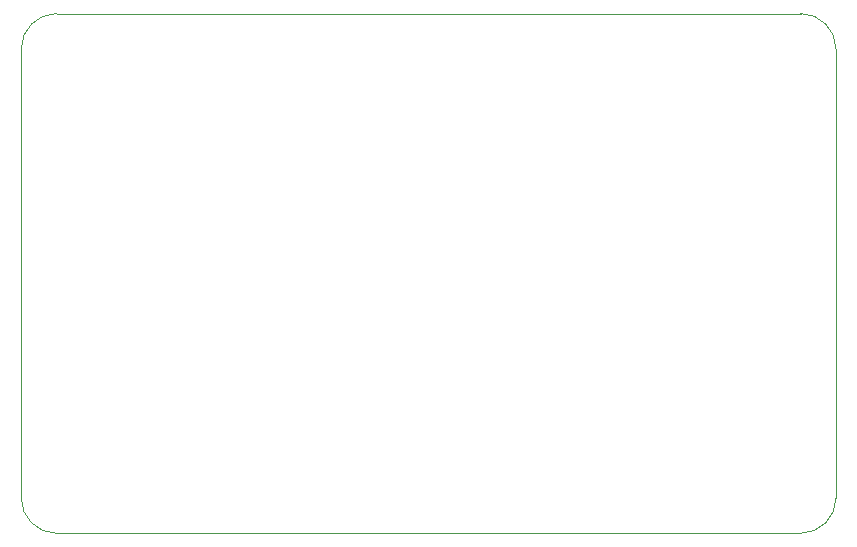
<source format=gbr>
G04 #@! TF.GenerationSoftware,KiCad,Pcbnew,(5.1.0-0)*
G04 #@! TF.CreationDate,2020-06-30T09:10:09+01:00*
G04 #@! TF.ProjectId,Display,44697370-6c61-4792-9e6b-696361645f70,rev?*
G04 #@! TF.SameCoordinates,Original*
G04 #@! TF.FileFunction,Profile,NP*
%FSLAX46Y46*%
G04 Gerber Fmt 4.6, Leading zero omitted, Abs format (unit mm)*
G04 Created by KiCad (PCBNEW (5.1.0-0)) date 2020-06-30 09:10:09*
%MOMM*%
%LPD*%
G04 APERTURE LIST*
%ADD10C,0.120000*%
G04 APERTURE END LIST*
D10*
X174000000Y-101000000D02*
X237000000Y-101000000D01*
X171000000Y-60000000D02*
X171000000Y-98000000D01*
X237000000Y-57000000D02*
X174000000Y-57000000D01*
X240000000Y-98000000D02*
X240000000Y-60000000D01*
X240000000Y-98000000D02*
G75*
G02X237000000Y-101000000I-3000000J0D01*
G01*
X237000000Y-57000000D02*
G75*
G02X240000000Y-60000000I0J-3000000D01*
G01*
X171000000Y-60000000D02*
G75*
G02X174000000Y-57000000I3000000J0D01*
G01*
X174000000Y-101000000D02*
G75*
G02X171000000Y-98000000I0J3000000D01*
G01*
M02*

</source>
